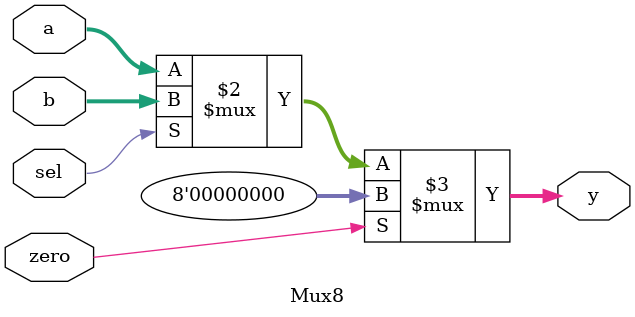
<source format=v>
`timescale 1ns/100ps

module Mux8 ( a, b, sel, zero, y );
   input [7:0] a, b;
   input sel, zero;
   output [7:0] y;

   assign y = zero ? 8'h0 : ( ~sel ? a : b );
   
endmodule
</source>
